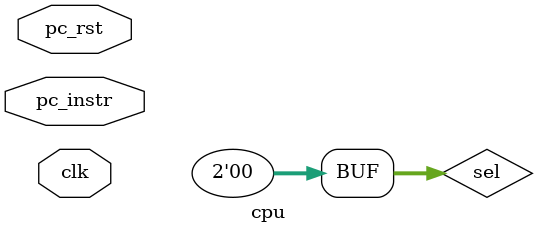
<source format=v>
`include "src/pc/pc.v"
`include "src/memory/memory.v"
`include "src/regs/fetch/fetch.v"
`include "src/extensor/extensor.v"

module cpu #(
    parameter PROGRAM_FILE = ""
  )
  (
    input wire clk, pc_rst,
    input wire [MEMORY_AWIDTH-1:0] pc_instr
  );

  localparam integer PC_AWIDTH = 20;
  localparam integer MEMORY_AWIDTH = 15;
  localparam integer DWIDTH = 32;
  localparam integer PC_OPT_SIZE = 2;

  // Por enquanto
  reg [PC_OPT_SIZE-1:0] sel = 0;

  wire [MEMORY_AWIDTH-1:0] fetch_addr;

  pc
    #(
      .WORD_SIZE(MEMORY_AWIDTH),
      .ADDR_SIZE(PC_AWIDTH)
    )
    pc_inst
    (
      .clk(clk), .rst(pc_rst), .instr(pc_instr), .sel(sel),
      .out(fetch_addr)
    );

  wire [DWIDTH-1:0] fetch_instr;
  memory
    #(
      .AWIDTH (MEMORY_AWIDTH),
      .DWIDTH (DWIDTH),
      .INIT_MEMORY (PROGRAM_FILE)
    )
    memory_inst
    (
      .wr(1'b0),
      .rd (1'b1),
      .addr (fetch_addr),
      .data_out (fetch_instr)
    );

  wire [DWIDTH-1:0] fetched_instr;
  wire [MEMORY_AWIDTH-1:0] fetched_addr;

  fetch
    #(
      .AWIDTH(MEMORY_AWIDTH),
      .DWIDTH(DWIDTH)
    ) fetch_inst (
      .clk(clk),
      .rst(1'b0),
      .fetch_addr(fetch_addr),
      .fetch_instr(fetch_instr),
      .fetched_instr(fetched_instr),
      .fetched_addr(fetched_addr)
    );

  wire [DWIDTH-1:0] immediate;

  extensor
    extensor_inst (
      .instruction(fetched_instr),
      .immediate(immediate)
    );

endmodule

</source>
